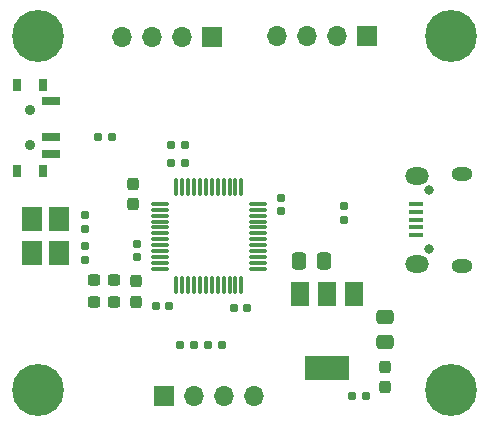
<source format=gbr>
%TF.GenerationSoftware,KiCad,Pcbnew,(6.0.5)*%
%TF.CreationDate,2023-02-15T13:04:29-08:00*%
%TF.ProjectId,STM32tut,53544d33-3274-4757-942e-6b696361645f,rev?*%
%TF.SameCoordinates,Original*%
%TF.FileFunction,Soldermask,Top*%
%TF.FilePolarity,Negative*%
%FSLAX46Y46*%
G04 Gerber Fmt 4.6, Leading zero omitted, Abs format (unit mm)*
G04 Created by KiCad (PCBNEW (6.0.5)) date 2023-02-15 13:04:29*
%MOMM*%
%LPD*%
G01*
G04 APERTURE LIST*
G04 Aperture macros list*
%AMRoundRect*
0 Rectangle with rounded corners*
0 $1 Rounding radius*
0 $2 $3 $4 $5 $6 $7 $8 $9 X,Y pos of 4 corners*
0 Add a 4 corners polygon primitive as box body*
4,1,4,$2,$3,$4,$5,$6,$7,$8,$9,$2,$3,0*
0 Add four circle primitives for the rounded corners*
1,1,$1+$1,$2,$3*
1,1,$1+$1,$4,$5*
1,1,$1+$1,$6,$7*
1,1,$1+$1,$8,$9*
0 Add four rect primitives between the rounded corners*
20,1,$1+$1,$2,$3,$4,$5,0*
20,1,$1+$1,$4,$5,$6,$7,0*
20,1,$1+$1,$6,$7,$8,$9,0*
20,1,$1+$1,$8,$9,$2,$3,0*%
G04 Aperture macros list end*
%ADD10R,0.800000X1.000000*%
%ADD11C,0.900000*%
%ADD12R,1.500000X0.700000*%
%ADD13RoundRect,0.155000X-0.155000X0.212500X-0.155000X-0.212500X0.155000X-0.212500X0.155000X0.212500X0*%
%ADD14RoundRect,0.075000X-0.662500X-0.075000X0.662500X-0.075000X0.662500X0.075000X-0.662500X0.075000X0*%
%ADD15RoundRect,0.075000X-0.075000X-0.662500X0.075000X-0.662500X0.075000X0.662500X-0.075000X0.662500X0*%
%ADD16R,1.700000X1.700000*%
%ADD17O,1.700000X1.700000*%
%ADD18C,4.400000*%
%ADD19RoundRect,0.237500X0.300000X0.237500X-0.300000X0.237500X-0.300000X-0.237500X0.300000X-0.237500X0*%
%ADD20RoundRect,0.155000X-0.212500X-0.155000X0.212500X-0.155000X0.212500X0.155000X-0.212500X0.155000X0*%
%ADD21RoundRect,0.155000X0.212500X0.155000X-0.212500X0.155000X-0.212500X-0.155000X0.212500X-0.155000X0*%
%ADD22RoundRect,0.160000X-0.197500X-0.160000X0.197500X-0.160000X0.197500X0.160000X-0.197500X0.160000X0*%
%ADD23RoundRect,0.237500X-0.237500X0.287500X-0.237500X-0.287500X0.237500X-0.287500X0.237500X0.287500X0*%
%ADD24R,1.800000X2.100000*%
%ADD25RoundRect,0.160000X0.197500X0.160000X-0.197500X0.160000X-0.197500X-0.160000X0.197500X-0.160000X0*%
%ADD26RoundRect,0.237500X0.237500X-0.300000X0.237500X0.300000X-0.237500X0.300000X-0.237500X-0.300000X0*%
%ADD27RoundRect,0.155000X0.155000X-0.212500X0.155000X0.212500X-0.155000X0.212500X-0.155000X-0.212500X0*%
%ADD28R,1.500000X2.000000*%
%ADD29R,3.800000X2.000000*%
%ADD30RoundRect,0.250000X0.475000X-0.337500X0.475000X0.337500X-0.475000X0.337500X-0.475000X-0.337500X0*%
%ADD31O,0.800000X0.800000*%
%ADD32R,1.300000X0.450000*%
%ADD33O,1.800000X1.150000*%
%ADD34O,2.000000X1.450000*%
%ADD35RoundRect,0.237500X0.237500X-0.287500X0.237500X0.287500X-0.237500X0.287500X-0.237500X-0.287500X0*%
%ADD36RoundRect,0.250000X-0.337500X-0.475000X0.337500X-0.475000X0.337500X0.475000X-0.337500X0.475000X0*%
%ADD37RoundRect,0.160000X-0.160000X0.197500X-0.160000X-0.197500X0.160000X-0.197500X0.160000X0.197500X0*%
G04 APERTURE END LIST*
D10*
%TO.C,SW1*%
X120455000Y-69150000D03*
X118245000Y-69150000D03*
D11*
X119345000Y-74300000D03*
X119345000Y-71300000D03*
D10*
X118245000Y-76450000D03*
X120455000Y-76450000D03*
D12*
X121105000Y-70550000D03*
X121105000Y-73550000D03*
X121105000Y-75050000D03*
%TD*%
D13*
%TO.C,C9*%
X140600000Y-78732500D03*
X140600000Y-79867500D03*
%TD*%
D14*
%TO.C,U2*%
X130337500Y-79250000D03*
X130337500Y-79750000D03*
X130337500Y-80250000D03*
X130337500Y-80750000D03*
X130337500Y-81250000D03*
X130337500Y-81750000D03*
X130337500Y-82250000D03*
X130337500Y-82750000D03*
X130337500Y-83250000D03*
X130337500Y-83750000D03*
X130337500Y-84250000D03*
X130337500Y-84750000D03*
D15*
X131750000Y-86162500D03*
X132250000Y-86162500D03*
X132750000Y-86162500D03*
X133250000Y-86162500D03*
X133750000Y-86162500D03*
X134250000Y-86162500D03*
X134750000Y-86162500D03*
X135250000Y-86162500D03*
X135750000Y-86162500D03*
X136250000Y-86162500D03*
X136750000Y-86162500D03*
X137250000Y-86162500D03*
D14*
X138662500Y-84750000D03*
X138662500Y-84250000D03*
X138662500Y-83750000D03*
X138662500Y-83250000D03*
X138662500Y-82750000D03*
X138662500Y-82250000D03*
X138662500Y-81750000D03*
X138662500Y-81250000D03*
X138662500Y-80750000D03*
X138662500Y-80250000D03*
X138662500Y-79750000D03*
X138662500Y-79250000D03*
D15*
X137250000Y-77837500D03*
X136750000Y-77837500D03*
X136250000Y-77837500D03*
X135750000Y-77837500D03*
X135250000Y-77837500D03*
X134750000Y-77837500D03*
X134250000Y-77837500D03*
X133750000Y-77837500D03*
X133250000Y-77837500D03*
X132750000Y-77837500D03*
X132250000Y-77837500D03*
X131750000Y-77837500D03*
%TD*%
D16*
%TO.C,J1*%
X134800000Y-65100000D03*
D17*
X132260000Y-65100000D03*
X129720000Y-65100000D03*
X127180000Y-65100000D03*
%TD*%
D18*
%TO.C,H4*%
X155000000Y-95000000D03*
%TD*%
D19*
%TO.C,C13*%
X126500000Y-87600000D03*
X124775000Y-87600000D03*
%TD*%
D20*
%TO.C,C10*%
X131332500Y-75800000D03*
X132467500Y-75800000D03*
%TD*%
%TO.C,C5*%
X130000000Y-87900000D03*
X131135000Y-87900000D03*
%TD*%
D16*
%TO.C,J2*%
X130700000Y-95500000D03*
D17*
X133240000Y-95500000D03*
X135780000Y-95500000D03*
X138320000Y-95500000D03*
%TD*%
D19*
%TO.C,C12*%
X126500000Y-85700000D03*
X124775000Y-85700000D03*
%TD*%
D21*
%TO.C,C8*%
X137767500Y-88100000D03*
X136632500Y-88100000D03*
%TD*%
D22*
%TO.C,R3*%
X134442500Y-91200000D03*
X135637500Y-91200000D03*
%TD*%
D23*
%TO.C,FB1*%
X128300000Y-85825000D03*
X128300000Y-87575000D03*
%TD*%
D24*
%TO.C,Y1*%
X119550000Y-80550000D03*
X119550000Y-83450000D03*
X121850000Y-83450000D03*
X121850000Y-80550000D03*
%TD*%
D25*
%TO.C,R2*%
X133237500Y-91200000D03*
X132042500Y-91200000D03*
%TD*%
D26*
%TO.C,C3*%
X128100000Y-79262500D03*
X128100000Y-77537500D03*
%TD*%
D27*
%TO.C,C4*%
X124000000Y-81367500D03*
X124000000Y-80232500D03*
%TD*%
D16*
%TO.C,J3*%
X147900000Y-65000000D03*
D17*
X145360000Y-65000000D03*
X142820000Y-65000000D03*
X140280000Y-65000000D03*
%TD*%
D28*
%TO.C,U1*%
X146800000Y-86850000D03*
D29*
X144500000Y-93150000D03*
D28*
X144500000Y-86850000D03*
X142200000Y-86850000D03*
%TD*%
D25*
%TO.C,R1*%
X147795000Y-95500000D03*
X146600000Y-95500000D03*
%TD*%
D18*
%TO.C,H1*%
X155000000Y-65000000D03*
%TD*%
D20*
%TO.C,C6*%
X131332500Y-74300000D03*
X132467500Y-74300000D03*
%TD*%
D30*
%TO.C,C2*%
X149400000Y-90937500D03*
X149400000Y-88862500D03*
%TD*%
D18*
%TO.C,H2*%
X120000000Y-65000000D03*
%TD*%
D31*
%TO.C,J4*%
X153145000Y-78100000D03*
X153145000Y-83100000D03*
D32*
X152045000Y-81900000D03*
X152045000Y-81250000D03*
X152045000Y-80600000D03*
X152045000Y-79950000D03*
X152045000Y-79300000D03*
D33*
X155895000Y-76725000D03*
D34*
X152095000Y-76875000D03*
X152095000Y-84325000D03*
D33*
X155895000Y-84475000D03*
%TD*%
D22*
%TO.C,R4*%
X126297500Y-73600000D03*
X125102500Y-73600000D03*
%TD*%
D27*
%TO.C,C7*%
X124000000Y-83967500D03*
X124000000Y-82832500D03*
%TD*%
%TO.C,C11*%
X128400000Y-83767500D03*
X128400000Y-82632500D03*
%TD*%
D18*
%TO.C,H3*%
X120000000Y-95000000D03*
%TD*%
D35*
%TO.C,D1*%
X149400000Y-94775000D03*
X149400000Y-93025000D03*
%TD*%
D36*
%TO.C,C1*%
X142162500Y-84100000D03*
X144237500Y-84100000D03*
%TD*%
D37*
%TO.C,R5*%
X145900000Y-79402500D03*
X145900000Y-80597500D03*
%TD*%
M02*

</source>
